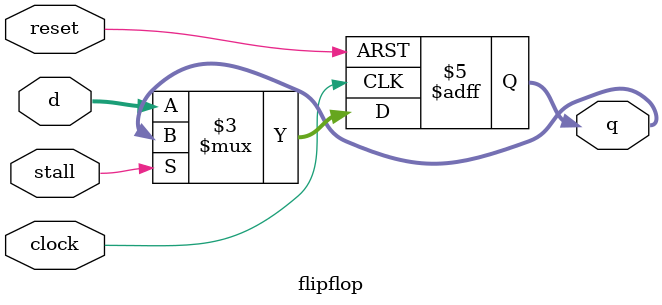
<source format=sv>
`timescale 1ns / 1ps


//边沿触发寄存器
module flipflop # (
    parameter WIDTH = 8
)(
    input  logic clock,
    input  logic reset,
    input  logic [WIDTH-1:0] d,
    input  logic stall,
    output logic [WIDTH-1:0] q
);

    always_ff @(posedge clock, posedge reset)
    begin
        if (reset)
            q <= 0;
        else if (!stall)
            q <= d;
    end


endmodule

</source>
